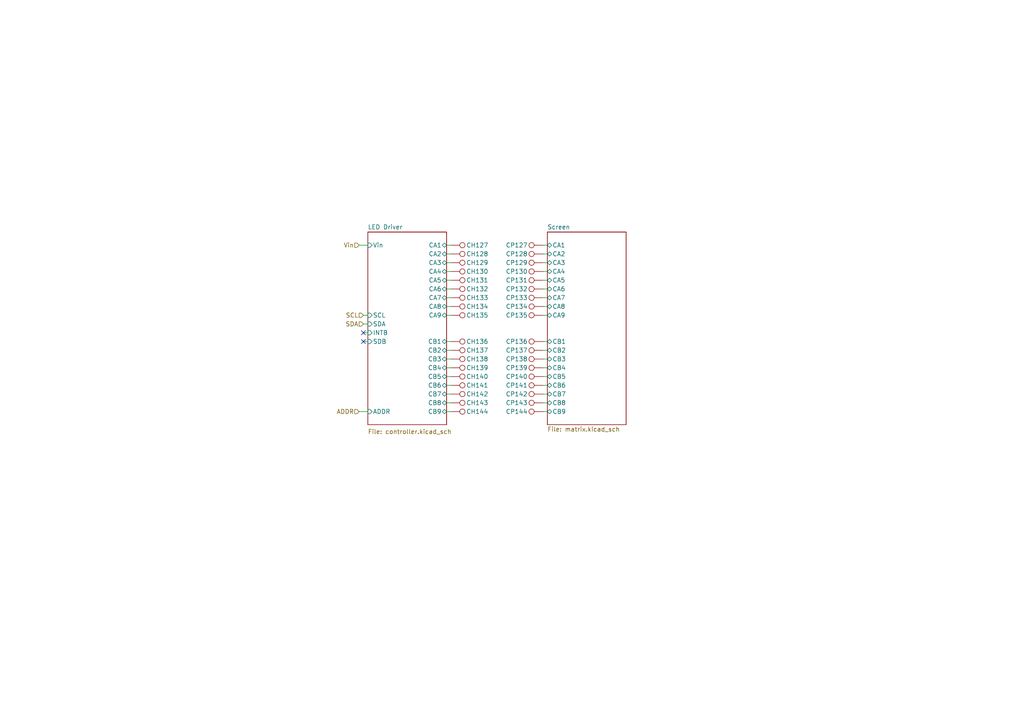
<source format=kicad_sch>
(kicad_sch (version 20211123) (generator eeschema)
  (paper "A4")
  (lib_symbols
    (symbol "Connector:TestPoint" (pin_numbers hide) (pin_names (offset 0.762) hide)
      (property "Reference" "TP" (at 0 6.858 0))
      (property "Value" "TestPoint" (at 0 5.08 0))
      (symbol "TestPoint_0_1"
        (circle (center 0 3.302) (radius 0.762))
      )
      (symbol "TestPoint_1_1"
        (pin passive line (at 0 0 90) (length 2.54) (name "1") (number "1"))
      )
    )
  )
  (no_connect (at 105.41 96.52))
  (no_connect (at 105.41 99.06))
  (wire (pts (xy 129.54 109.22) (xy 130.81 109.22)))
  (wire (pts (xy 129.54 111.76) (xy 130.81 111.76)))
  (wire (pts (xy 157.48 104.14) (xy 158.75 104.14)))
  (wire (pts (xy 105.41 96.52) (xy 106.68 96.52)))
  (wire (pts (xy 129.54 104.14) (xy 130.81 104.14)))
  (wire (pts (xy 129.54 71.12) (xy 130.81 71.12)))
  (wire (pts (xy 129.54 78.74) (xy 130.81 78.74)))
  (wire (pts (xy 157.48 86.36) (xy 158.75 86.36)))
  (wire (pts (xy 104.14 71.12) (xy 106.68 71.12)))
  (wire (pts (xy 157.48 101.6) (xy 158.75 101.6)))
  (wire (pts (xy 105.41 93.98) (xy 106.68 93.98)))
  (wire (pts (xy 129.54 106.68) (xy 130.81 106.68)))
  (wire (pts (xy 157.48 109.22) (xy 158.75 109.22)))
  (wire (pts (xy 129.54 83.82) (xy 130.81 83.82)))
  (wire (pts (xy 129.54 91.44) (xy 130.81 91.44)))
  (wire (pts (xy 157.48 116.84) (xy 158.75 116.84)))
  (wire (pts (xy 157.48 99.06) (xy 158.75 99.06)))
  (wire (pts (xy 157.48 111.76) (xy 158.75 111.76)))
  (wire (pts (xy 129.54 73.66) (xy 130.81 73.66)))
  (wire (pts (xy 129.54 88.9) (xy 130.81 88.9)))
  (wire (pts (xy 157.48 78.74) (xy 158.75 78.74)))
  (wire (pts (xy 157.48 81.28) (xy 158.75 81.28)))
  (wire (pts (xy 129.54 81.28) (xy 130.81 81.28)))
  (wire (pts (xy 157.48 106.68) (xy 158.75 106.68)))
  (wire (pts (xy 104.14 119.38) (xy 106.68 119.38)))
  (wire (pts (xy 157.48 119.38) (xy 158.75 119.38)))
  (wire (pts (xy 157.48 91.44) (xy 158.75 91.44)))
  (wire (pts (xy 129.54 116.84) (xy 130.81 116.84)))
  (wire (pts (xy 157.48 83.82) (xy 158.75 83.82)))
  (wire (pts (xy 105.41 91.44) (xy 106.68 91.44)))
  (wire (pts (xy 129.54 119.38) (xy 130.81 119.38)))
  (wire (pts (xy 129.54 99.06) (xy 130.81 99.06)))
  (wire (pts (xy 157.48 73.66) (xy 158.75 73.66)))
  (wire (pts (xy 157.48 114.3) (xy 158.75 114.3)))
  (wire (pts (xy 157.48 71.12) (xy 158.75 71.12)))
  (wire (pts (xy 157.48 88.9) (xy 158.75 88.9)))
  (wire (pts (xy 129.54 101.6) (xy 130.81 101.6)))
  (wire (pts (xy 129.54 76.2) (xy 130.81 76.2)))
  (wire (pts (xy 157.48 76.2) (xy 158.75 76.2)))
  (wire (pts (xy 105.41 99.06) (xy 106.68 99.06)))
  (wire (pts (xy 129.54 86.36) (xy 130.81 86.36)))
  (wire (pts (xy 129.54 114.3) (xy 130.81 114.3)))
  (hierarchical_label "ADDR" (shape input) (at 104.14 119.38 180))
  (hierarchical_label "SDA" (shape input) (at 105.41 93.98 180))
  (hierarchical_label "SCL" (shape input) (at 105.41 91.44 180))
  (hierarchical_label "Vin" (shape input) (at 104.14 71.12 180))
  (symbol (lib_id "Connector:TestPoint") (at 130.81 83.82 270) (in_bom no)
    (property "Reference" "CH132" (at 138.43 83.82 90))
    (property "Value" "SolderHole" (effects hide))
    (property "Footprint" "CoF_Connector:SolderHole_1x1.5mm" (effects hide))
  )
  (symbol (lib_id "Connector:TestPoint") (at 130.81 88.9 270) (in_bom no)
    (property "Reference" "CH134" (at 138.43 88.9 90))
    (property "Value" "SolderHole" (effects hide))
    (property "Footprint" "CoF_Connector:SolderHole_1x1.5mm" (effects hide))
  )
  (symbol (lib_id "Connector:TestPoint") (at 130.81 99.06 270) (in_bom no)
    (property "Reference" "CH136" (at 138.43 99.06 90))
    (property "Value" "SolderHole" (effects hide))
    (property "Footprint" "CoF_Connector:SolderHole_1x1.5mm" (effects hide))
  )
  (symbol (lib_id "Connector:TestPoint") (at 157.48 76.2 90) (mirror x) (in_bom no)
    (property "Reference" "CP129" (at 149.86 76.2 90))
    (property "Value" "SolderPad" (effects hide))
    (property "Footprint" "CoF_Connector:SolderPt_1x1.5mm" (effects hide))
  )
  (symbol (lib_id "Connector:TestPoint") (at 157.48 116.84 90) (mirror x) (in_bom no)
    (property "Reference" "CP143" (at 149.86 116.84 90))
    (property "Value" "SolderPad" (effects hide))
    (property "Footprint" "CoF_Connector:SolderPt_1x1.5mm" (effects hide))
  )
  (symbol (lib_id "Connector:TestPoint") (at 157.48 78.74 90) (mirror x) (in_bom no)
    (property "Reference" "CP130" (at 149.86 78.74 90))
    (property "Value" "SolderPad" (effects hide))
    (property "Footprint" "CoF_Connector:SolderPt_1x1.5mm" (effects hide))
  )
  (symbol (lib_id "Connector:TestPoint") (at 130.81 78.74 270) (in_bom no)
    (property "Reference" "CH130" (at 138.43 78.74 90))
    (property "Value" "SolderHole" (effects hide))
    (property "Footprint" "CoF_Connector:SolderHole_1x1.5mm" (effects hide))
  )
  (symbol (lib_id "Connector:TestPoint") (at 130.81 106.68 270) (in_bom no)
    (property "Reference" "CH139" (at 138.43 106.68 90))
    (property "Value" "SolderHole" (effects hide))
    (property "Footprint" "CoF_Connector:SolderHole_1x1.5mm" (effects hide))
  )
  (symbol (lib_id "Connector:TestPoint") (at 130.81 119.38 270) (in_bom no)
    (property "Reference" "CH144" (at 138.43 119.38 90))
    (property "Value" "SolderHole" (effects hide))
    (property "Footprint" "CoF_Connector:SolderHole_1x1.5mm" (effects hide))
  )
  (symbol (lib_id "Connector:TestPoint") (at 157.48 106.68 90) (mirror x) (in_bom no)
    (property "Reference" "CP139" (at 149.86 106.68 90))
    (property "Value" "SolderPad" (effects hide))
    (property "Footprint" "CoF_Connector:SolderPt_1x1.5mm" (effects hide))
  )
  (symbol (lib_id "Connector:TestPoint") (at 130.81 116.84 270) (in_bom no)
    (property "Reference" "CH143" (at 138.43 116.84 90))
    (property "Value" "SolderHole" (effects hide))
    (property "Footprint" "CoF_Connector:SolderHole_1x1.5mm" (effects hide))
  )
  (symbol (lib_id "Connector:TestPoint") (at 130.81 81.28 270) (in_bom no)
    (property "Reference" "CH131" (at 138.43 81.28 90))
    (property "Value" "SolderHole" (effects hide))
    (property "Footprint" "CoF_Connector:SolderHole_1x1.5mm" (effects hide))
  )
  (symbol (lib_id "Connector:TestPoint") (at 130.81 109.22 270) (in_bom no)
    (property "Reference" "CH140" (at 138.43 109.22 90))
    (property "Value" "SolderHole" (effects hide))
    (property "Footprint" "CoF_Connector:SolderHole_1x1.5mm" (effects hide))
  )
  (symbol (lib_id "Connector:TestPoint") (at 157.48 86.36 90) (mirror x) (in_bom no)
    (property "Reference" "CP133" (at 149.86 86.36 90))
    (property "Value" "SolderPad" (effects hide))
    (property "Footprint" "CoF_Connector:SolderPt_1x1.5mm" (effects hide))
  )
  (symbol (lib_id "Connector:TestPoint") (at 157.48 88.9 90) (mirror x) (in_bom no)
    (property "Reference" "CP134" (at 149.86 88.9 90))
    (property "Value" "SolderPad" (effects hide))
    (property "Footprint" "CoF_Connector:SolderPt_1x1.5mm" (effects hide))
  )
  (symbol (lib_id "Connector:TestPoint") (at 157.48 111.76 90) (mirror x) (in_bom no)
    (property "Reference" "CP141" (at 149.86 111.76 90))
    (property "Value" "SolderPad" (effects hide))
    (property "Footprint" "CoF_Connector:SolderPt_1x1.5mm" (effects hide))
  )
  (symbol (lib_id "Connector:TestPoint") (at 157.48 73.66 90) (mirror x) (in_bom no)
    (property "Reference" "CP128" (at 149.86 73.66 90))
    (property "Value" "SolderPad" (effects hide))
    (property "Footprint" "CoF_Connector:SolderPt_1x1.5mm" (effects hide))
  )
  (symbol (lib_id "Connector:TestPoint") (at 157.48 119.38 90) (mirror x) (in_bom no)
    (property "Reference" "CP144" (at 149.86 119.38 90))
    (property "Value" "SolderPad" (effects hide))
    (property "Footprint" "CoF_Connector:SolderPt_1x1.5mm" (effects hide))
  )
  (symbol (lib_id "Connector:TestPoint") (at 157.48 71.12 90) (mirror x) (in_bom no)
    (property "Reference" "CP127" (at 149.86 71.12 90))
    (property "Value" "SolderPad" (effects hide))
    (property "Footprint" "CoF_Connector:SolderPt_1x1.5mm" (effects hide))
  )
  (symbol (lib_id "Connector:TestPoint") (at 130.81 114.3 270) (in_bom no)
    (property "Reference" "CH142" (at 138.43 114.3 90))
    (property "Value" "SolderHole" (effects hide))
    (property "Footprint" "CoF_Connector:SolderHole_1x1.5mm" (effects hide))
  )
  (symbol (lib_id "Connector:TestPoint") (at 130.81 104.14 270) (in_bom no)
    (property "Reference" "CH138" (at 138.43 104.14 90))
    (property "Value" "SolderHole" (effects hide))
    (property "Footprint" "CoF_Connector:SolderHole_1x1.5mm" (effects hide))
  )
  (symbol (lib_id "Connector:TestPoint") (at 130.81 111.76 270) (in_bom no)
    (property "Reference" "CH141" (at 138.43 111.76 90))
    (property "Value" "SolderHole" (effects hide))
    (property "Footprint" "CoF_Connector:SolderHole_1x1.5mm" (effects hide))
  )
  (symbol (lib_id "Connector:TestPoint") (at 157.48 104.14 90) (mirror x) (in_bom no)
    (property "Reference" "CP138" (at 149.86 104.14 90))
    (property "Value" "SolderPad" (effects hide))
    (property "Footprint" "CoF_Connector:SolderPt_1x1.5mm" (effects hide))
  )
  (symbol (lib_id "Connector:TestPoint") (at 157.48 99.06 90) (mirror x) (in_bom no)
    (property "Reference" "CP136" (at 149.86 99.06 90))
    (property "Value" "SolderPad" (effects hide))
    (property "Footprint" "CoF_Connector:SolderPt_1x1.5mm" (effects hide))
  )
  (symbol (lib_id "Connector:TestPoint") (at 157.48 101.6 90) (mirror x) (in_bom no)
    (property "Reference" "CP137" (at 149.86 101.6 90))
    (property "Value" "SolderPad" (effects hide))
    (property "Footprint" "CoF_Connector:SolderPt_1x1.5mm" (effects hide))
  )
  (symbol (lib_id "Connector:TestPoint") (at 130.81 76.2 270) (in_bom no)
    (property "Reference" "CH129" (at 138.43 76.2 90))
    (property "Value" "SolderHole" (effects hide))
    (property "Footprint" "CoF_Connector:SolderHole_1x1.5mm" (effects hide))
  )
  (symbol (lib_id "Connector:TestPoint") (at 130.81 73.66 270) (in_bom no)
    (property "Reference" "CH128" (at 138.43 73.66 90))
    (property "Value" "SolderHole" (effects hide))
    (property "Footprint" "CoF_Connector:SolderHole_1x1.5mm" (effects hide))
  )
  (symbol (lib_id "Connector:TestPoint") (at 157.48 81.28 90) (mirror x) (in_bom no)
    (property "Reference" "CP131" (at 149.86 81.28 90))
    (property "Value" "SolderPad" (effects hide))
    (property "Footprint" "CoF_Connector:SolderPt_1x1.5mm" (effects hide))
  )
  (symbol (lib_id "Connector:TestPoint") (at 130.81 71.12 270) (in_bom no)
    (property "Reference" "CH127" (at 138.43 71.12 90))
    (property "Value" "SolderHole" (effects hide))
    (property "Footprint" "CoF_Connector:SolderHole_1x1.5mm" (effects hide))
  )
  (symbol (lib_id "Connector:TestPoint") (at 130.81 86.36 270) (in_bom no)
    (property "Reference" "CH133" (at 138.43 86.36 90))
    (property "Value" "SolderHole" (effects hide))
    (property "Footprint" "CoF_Connector:SolderHole_1x1.5mm" (effects hide))
  )
  (symbol (lib_id "Connector:TestPoint") (at 157.48 109.22 90) (mirror x) (in_bom no)
    (property "Reference" "CP140" (at 149.86 109.22 90))
    (property "Value" "SolderPad" (effects hide))
    (property "Footprint" "CoF_Connector:SolderPt_1x1.5mm" (effects hide))
  )
  (symbol (lib_id "Connector:TestPoint") (at 130.81 91.44 270) (in_bom no)
    (property "Reference" "CH135" (at 138.43 91.44 90))
    (property "Value" "SolderHole" (effects hide))
    (property "Footprint" "CoF_Connector:SolderHole_1x1.5mm" (effects hide))
  )
  (symbol (lib_id "Connector:TestPoint") (at 157.48 83.82 90) (mirror x) (in_bom no)
    (property "Reference" "CP132" (at 149.86 83.82 90))
    (property "Value" "SolderPad" (effects hide))
    (property "Footprint" "CoF_Connector:SolderPt_1x1.5mm" (effects hide))
  )
  (symbol (lib_id "Connector:TestPoint") (at 157.48 91.44 90) (mirror x) (in_bom no)
    (property "Reference" "CP135" (at 149.86 91.44 90))
    (property "Value" "SolderPad" (effects hide))
    (property "Footprint" "CoF_Connector:SolderPt_1x1.5mm" (effects hide))
  )
  (symbol (lib_id "Connector:TestPoint") (at 157.48 114.3 90) (mirror x) (in_bom no)
    (property "Reference" "CP142" (at 149.86 114.3 90))
    (property "Value" "SolderPad" (effects hide))
    (property "Footprint" "CoF_Connector:SolderPt_1x1.5mm" (effects hide))
  )
  (symbol (lib_id "Connector:TestPoint") (at 130.81 101.6 270) (in_bom no)
    (property "Reference" "CH137" (at 138.43 101.6 90))
    (property "Value" "SolderHole" (effects hide))
    (property "Footprint" "CoF_Connector:SolderHole_1x1.5mm" (effects hide))
  )
  (sheet (at 106.68 67.31) (size 22.86 55.88) (stroke (width 0.1524))
    (property "Sheet name" "LED Driver" (at 106.68 66.5984 0) (effects (justify left bottom)))
    (property "Sheet file" "controller.kicad_sch" (at 106.68 124.46 0) (effects (justify left top)))
    (pin "SCL" input (at 106.68 91.44 180))
    (pin "SDA" input (at 106.68 93.98 180))
    (pin "SDB" input (at 106.68 99.06 180))
    (pin "ADDR" input (at 106.68 119.38 180))
    (pin "INTB" input (at 106.68 96.52 180))
    (pin "CA1" tri_state (at 129.54 71.12 0))
    (pin "CA2" tri_state (at 129.54 73.66 0))
    (pin "CA3" tri_state (at 129.54 76.2 0))
    (pin "CA4" tri_state (at 129.54 78.74 0))
    (pin "CA5" tri_state (at 129.54 81.28 0))
    (pin "CA6" tri_state (at 129.54 83.82 0))
    (pin "CB5" tri_state (at 129.54 109.22 0))
    (pin "CB6" tri_state (at 129.54 111.76 0))
    (pin "CA8" tri_state (at 129.54 88.9 0))
    (pin "CA9" tri_state (at 129.54 91.44 0))
    (pin "CB2" tri_state (at 129.54 101.6 0))
    (pin "CB1" tri_state (at 129.54 99.06 0))
    (pin "CB3" tri_state (at 129.54 104.14 0))
    (pin "CB4" tri_state (at 129.54 106.68 0))
    (pin "CB7" tri_state (at 129.54 114.3 0))
    (pin "CB8" tri_state (at 129.54 116.84 0))
    (pin "CB9" tri_state (at 129.54 119.38 0))
    (pin "CA7" tri_state (at 129.54 86.36 0))
    (pin "Vin" input (at 106.68 71.12 180))
  )
  (sheet (at 158.75 67.31) (size 22.86 55.88) (stroke (width 0.1524))
    (property "Sheet name" "Screen" (at 158.75 66.5984 0) (effects (justify left bottom)))
    (property "Sheet file" "matrix.kicad_sch" (at 158.75 123.7746 0) (effects (justify left top)))
    (pin "CA3" tri_state (at 158.75 76.2 180))
    (pin "CA4" tri_state (at 158.75 78.74 180))
    (pin "CA1" tri_state (at 158.75 71.12 180))
    (pin "CA2" tri_state (at 158.75 73.66 180))
    (pin "CB8" tri_state (at 158.75 116.84 180))
    (pin "CB9" tri_state (at 158.75 119.38 180))
    (pin "CB7" tri_state (at 158.75 114.3 180))
    (pin "CB5" tri_state (at 158.75 109.22 180))
    (pin "CB6" tri_state (at 158.75 111.76 180))
    (pin "CA7" tri_state (at 158.75 86.36 180))
    (pin "CA5" tri_state (at 158.75 81.28 180))
    (pin "CA6" tri_state (at 158.75 83.82 180))
    (pin "CA8" tri_state (at 158.75 88.9 180))
    (pin "CA9" tri_state (at 158.75 91.44 180))
    (pin "CB3" tri_state (at 158.75 104.14 180))
    (pin "CB4" tri_state (at 158.75 106.68 180))
    (pin "CB1" tri_state (at 158.75 99.06 180))
    (pin "CB2" tri_state (at 158.75 101.6 180))
  )
)
</source>
